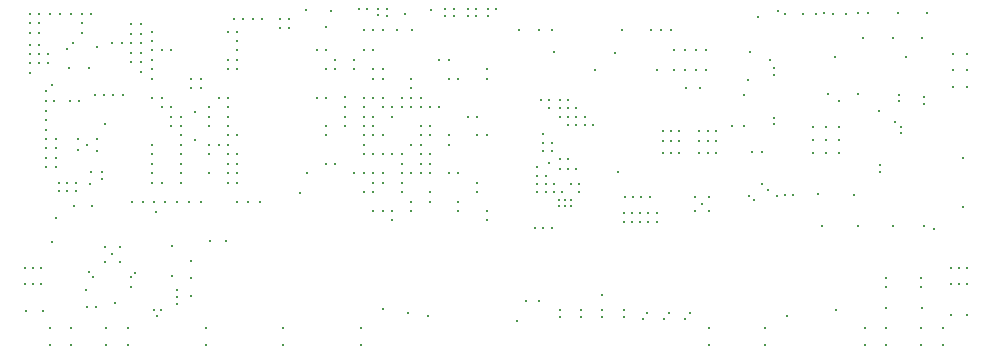
<source format=gbr>
G04 Layer_Color=0*
%FSLAX24Y24*%
%MOIN*%
%TF.FileFunction,Plated,1,10,PTH,Drill*%
%TF.Part,Single*%
G01*
G75*
%TA.AperFunction,ViaDrill,NotFilled*%
%ADD159C,0.0060*%
%ADD160C,0.0080*%
%ADD161C,0.0070*%
D159*
X25591Y2047D02*
D03*
X25906D02*
D03*
X25157D02*
D03*
X22913Y3307D02*
D03*
X22638D02*
D03*
X22244D02*
D03*
X21929D02*
D03*
X21535D02*
D03*
X21142D02*
D03*
X20827D02*
D03*
X20512D02*
D03*
X20197D02*
D03*
X21024Y1732D02*
D03*
X17323Y2283D02*
D03*
X17795D02*
D03*
X18110D02*
D03*
X18425D02*
D03*
X18740D02*
D03*
X19055D02*
D03*
X19370D02*
D03*
X20079Y2047D02*
D03*
X20157Y1732D02*
D03*
X20472Y2047D02*
D03*
X21142D02*
D03*
X21732Y1732D02*
D03*
X22362Y2047D02*
D03*
Y1732D02*
D03*
X21732Y2047D02*
D03*
X22756D02*
D03*
X23504D02*
D03*
X23583Y1575D02*
D03*
X23150D02*
D03*
X24291D02*
D03*
X24567Y2047D02*
D03*
X23937D02*
D03*
X24882Y1575D02*
D03*
X16811Y2008D02*
D03*
X16575Y2283D02*
D03*
X15748Y2008D02*
D03*
X16142Y1850D02*
D03*
X13189Y2559D02*
D03*
X13346Y2756D02*
D03*
X12598Y2047D02*
D03*
X12835Y2559D02*
D03*
X11496D02*
D03*
X11693Y1260D02*
D03*
X11890Y2559D02*
D03*
X12283D02*
D03*
X11299Y3031D02*
D03*
X11063Y2047D02*
D03*
Y2559D02*
D03*
X10354Y2047D02*
D03*
X9646D02*
D03*
X8937D02*
D03*
X8701Y3031D02*
D03*
X8465Y2559D02*
D03*
Y2047D02*
D03*
X7756D02*
D03*
X7047D02*
D03*
X10472Y2559D02*
D03*
X10000D02*
D03*
X9528D02*
D03*
X7874D02*
D03*
X7402D02*
D03*
X6929D02*
D03*
X30748Y6063D02*
D03*
X30591Y3937D02*
D03*
X30945Y3307D02*
D03*
X22559Y10866D02*
D03*
X23031Y7913D02*
D03*
X21870Y8110D02*
D03*
X22441Y7913D02*
D03*
X12047Y10512D02*
D03*
X11732D02*
D03*
Y9882D02*
D03*
X11417Y9252D02*
D03*
X23268Y11299D02*
D03*
Y10984D02*
D03*
X12362Y10197D02*
D03*
X11417Y10512D02*
D03*
X23819Y8031D02*
D03*
Y8346D02*
D03*
Y11339D02*
D03*
X24173D02*
D03*
X26063Y9882D02*
D03*
X26457D02*
D03*
Y4055D02*
D03*
X26220Y4252D02*
D03*
X27677Y3898D02*
D03*
X27480Y4094D02*
D03*
X29606Y4134D02*
D03*
X28819Y3937D02*
D03*
X28425Y4134D02*
D03*
X30039Y3937D02*
D03*
X25591Y4331D02*
D03*
X15197Y2165D02*
D03*
X11417Y4213D02*
D03*
X24528Y9606D02*
D03*
X23543Y4449D02*
D03*
X16220Y3189D02*
D03*
X16457D02*
D03*
X14961Y1457D02*
D03*
X27953Y2598D02*
D03*
X27402D02*
D03*
X27677D02*
D03*
X23819Y3307D02*
D03*
X23425D02*
D03*
X23189D02*
D03*
X24449D02*
D03*
X24055D02*
D03*
X24685D02*
D03*
X9843Y9882D02*
D03*
X11732Y5787D02*
D03*
X19528Y4764D02*
D03*
Y4528D02*
D03*
X11102Y9252D02*
D03*
X26063Y11417D02*
D03*
X19409Y8622D02*
D03*
X19803D02*
D03*
X20118D02*
D03*
X20433D02*
D03*
X19055D02*
D03*
X25669Y3661D02*
D03*
X28661Y3465D02*
D03*
X16457Y8622D02*
D03*
X15512Y8937D02*
D03*
X15827D02*
D03*
X14567Y8307D02*
D03*
X14882Y7992D02*
D03*
X14567D02*
D03*
X14882Y8307D02*
D03*
Y7677D02*
D03*
X15197Y8307D02*
D03*
X15512D02*
D03*
X15827D02*
D03*
X15197Y7677D02*
D03*
X16457D02*
D03*
X16142Y7992D02*
D03*
X16457Y7047D02*
D03*
X14252Y7992D02*
D03*
X15827Y7677D02*
D03*
Y7992D02*
D03*
X15512Y7677D02*
D03*
X13937Y8622D02*
D03*
X14567Y7677D02*
D03*
X15197Y7362D02*
D03*
X13937Y7992D02*
D03*
X14252Y7677D02*
D03*
X15827Y7047D02*
D03*
X14882Y7362D02*
D03*
Y7047D02*
D03*
X27047Y2441D02*
D03*
X15827Y8622D02*
D03*
X14882D02*
D03*
X15197D02*
D03*
X14567D02*
D03*
X15197Y9252D02*
D03*
X15512D02*
D03*
Y8622D02*
D03*
X26457Y1339D02*
D03*
X26732Y1535D02*
D03*
X26969Y1299D02*
D03*
X28465Y3031D02*
D03*
Y3307D02*
D03*
X28504Y1732D02*
D03*
X31299Y5709D02*
D03*
X11732Y9567D02*
D03*
X12047Y8937D02*
D03*
X12677Y9567D02*
D03*
Y9252D02*
D03*
X29843Y3465D02*
D03*
X29488Y3031D02*
D03*
X29016Y3583D02*
D03*
X13937Y9567D02*
D03*
Y10197D02*
D03*
X14252D02*
D03*
X14567Y10512D02*
D03*
X30039Y3031D02*
D03*
X20748Y9528D02*
D03*
X15197Y9882D02*
D03*
Y9567D02*
D03*
X14567Y10197D02*
D03*
X13622Y9882D02*
D03*
Y10197D02*
D03*
X14252Y9567D02*
D03*
X14882Y8937D02*
D03*
X15197D02*
D03*
X15827Y9882D02*
D03*
X18110Y9567D02*
D03*
X14882D02*
D03*
X20394Y9528D02*
D03*
X14567Y9567D02*
D03*
X13937Y9882D02*
D03*
X12047D02*
D03*
X13740Y2756D02*
D03*
X14488Y1693D02*
D03*
Y1299D02*
D03*
X14252Y1693D02*
D03*
X13386D02*
D03*
X15827Y5157D02*
D03*
X15512D02*
D03*
X15827Y6102D02*
D03*
Y6417D02*
D03*
X15512Y6102D02*
D03*
X15197Y6417D02*
D03*
X14567Y5157D02*
D03*
X15512Y4213D02*
D03*
X15197D02*
D03*
X15512Y4843D02*
D03*
Y4528D02*
D03*
X15197D02*
D03*
Y4843D02*
D03*
X14567Y4528D02*
D03*
Y4843D02*
D03*
X14882Y5787D02*
D03*
X14252Y4843D02*
D03*
Y4528D02*
D03*
X13937Y3740D02*
D03*
X13622Y5157D02*
D03*
Y3898D02*
D03*
Y4213D02*
D03*
X12992Y4843D02*
D03*
X12992Y5157D02*
D03*
Y4213D02*
D03*
X13307Y4528D02*
D03*
X12992D02*
D03*
X12362D02*
D03*
X12047D02*
D03*
X12677Y5472D02*
D03*
X11417Y4843D02*
D03*
Y4528D02*
D03*
X12362Y5157D02*
D03*
X8110Y3031D02*
D03*
X7638D02*
D03*
X7165D02*
D03*
X6693D02*
D03*
X14252Y5472D02*
D03*
X13937Y5787D02*
D03*
Y4843D02*
D03*
X13622D02*
D03*
Y5472D02*
D03*
X16575Y10197D02*
D03*
X25276Y6142D02*
D03*
X14567Y8937D02*
D03*
X19724Y10118D02*
D03*
X20118Y10512D02*
D03*
X19724D02*
D03*
X14252Y6102D02*
D03*
X13622Y4528D02*
D03*
Y5787D02*
D03*
X13307D02*
D03*
X12677D02*
D03*
X11417Y5472D02*
D03*
X11102Y5157D02*
D03*
X9173Y1260D02*
D03*
X9882D02*
D03*
X9646Y1575D02*
D03*
X10354D02*
D03*
X10591Y1260D02*
D03*
X11063Y1575D02*
D03*
X11299Y1260D02*
D03*
X8701D02*
D03*
X8465Y1575D02*
D03*
X7992Y1260D02*
D03*
X7756Y1575D02*
D03*
X7047D02*
D03*
X7283Y1260D02*
D03*
X6575D02*
D03*
X10787Y5157D02*
D03*
X10157Y4528D02*
D03*
X11102Y4213D02*
D03*
X11417Y5157D02*
D03*
X13307Y6417D02*
D03*
X15197Y10512D02*
D03*
X13307Y10197D02*
D03*
X10157Y5157D02*
D03*
X4331Y7520D02*
D03*
Y7205D02*
D03*
Y6890D02*
D03*
Y6575D02*
D03*
Y6260D02*
D03*
Y5945D02*
D03*
X11102Y10197D02*
D03*
X6575Y9567D02*
D03*
X5315Y6732D02*
D03*
X10787Y7362D02*
D03*
Y7047D02*
D03*
X10472D02*
D03*
X10157Y6417D02*
D03*
X10787Y7677D02*
D03*
X11102Y6732D02*
D03*
X8465Y7677D02*
D03*
X5315Y6102D02*
D03*
X10787Y7992D02*
D03*
X10157Y7362D02*
D03*
X9843Y7047D02*
D03*
X5315Y6417D02*
D03*
X11102Y7362D02*
D03*
X5315Y7047D02*
D03*
X11417Y6417D02*
D03*
X8465Y5787D02*
D03*
X10472D02*
D03*
X11102D02*
D03*
X9843Y6732D02*
D03*
X10157D02*
D03*
X13307Y5472D02*
D03*
X15512Y6732D02*
D03*
X12047Y8307D02*
D03*
X12362Y8937D02*
D03*
X11732D02*
D03*
X15669Y1535D02*
D03*
X16142Y1339D02*
D03*
X15197Y1299D02*
D03*
X12992Y8937D02*
D03*
X12677Y6417D02*
D03*
X12362D02*
D03*
X12677Y6102D02*
D03*
X12047Y6417D02*
D03*
X12362Y7677D02*
D03*
X12677Y7362D02*
D03*
X11732Y6417D02*
D03*
X5000Y9882D02*
D03*
Y9567D02*
D03*
X7205Y9252D02*
D03*
X7520Y8937D02*
D03*
Y8622D02*
D03*
X10472Y6732D02*
D03*
X11102Y7047D02*
D03*
X10157D02*
D03*
X10787Y9252D02*
D03*
X7835Y5787D02*
D03*
X11102Y6417D02*
D03*
X5315Y7362D02*
D03*
X5000Y7677D02*
D03*
X9528Y6732D02*
D03*
X11102Y6102D02*
D03*
X10787Y6732D02*
D03*
X8150Y7362D02*
D03*
X10787Y8307D02*
D03*
Y8937D02*
D03*
X11417Y8307D02*
D03*
Y7992D02*
D03*
Y7677D02*
D03*
X7205Y8937D02*
D03*
X10787Y8622D02*
D03*
X5315Y8937D02*
D03*
X5630D02*
D03*
X10157Y8307D02*
D03*
X10472D02*
D03*
Y7992D02*
D03*
X10157D02*
D03*
X5000Y8937D02*
D03*
X5630Y8307D02*
D03*
X9843Y7992D02*
D03*
Y8307D02*
D03*
X6575Y8622D02*
D03*
X5630Y9252D02*
D03*
X10157D02*
D03*
X5315Y8622D02*
D03*
X6890Y9252D02*
D03*
X9843Y8937D02*
D03*
X9528D02*
D03*
X6575D02*
D03*
X10157Y8937D02*
D03*
X10472Y8937D02*
D03*
X11102D02*
D03*
X6890Y8307D02*
D03*
X5630Y9882D02*
D03*
X9843Y10197D02*
D03*
X10157Y9882D02*
D03*
Y9567D02*
D03*
X10472Y9252D02*
D03*
X6890Y10827D02*
D03*
X10787Y10197D02*
D03*
X5630Y10512D02*
D03*
X10157D02*
D03*
X6575Y10197D02*
D03*
Y9882D02*
D03*
X6890D02*
D03*
X5630Y10197D02*
D03*
X9843Y9567D02*
D03*
X5315Y10512D02*
D03*
X10787D02*
D03*
X5315Y9882D02*
D03*
X9843Y9252D02*
D03*
X7205Y10197D02*
D03*
X7835Y6417D02*
D03*
X9843Y7362D02*
D03*
X4055Y4528D02*
D03*
X4370D02*
D03*
X2992Y5000D02*
D03*
X5551Y4173D02*
D03*
X12362Y5472D02*
D03*
X11732Y5157D02*
D03*
Y4843D02*
D03*
X12677Y5157D02*
D03*
X2598Y4528D02*
D03*
X2323D02*
D03*
X12362Y4213D02*
D03*
X12677D02*
D03*
X11732Y4528D02*
D03*
X11102Y4843D02*
D03*
X7874Y4685D02*
D03*
X12047Y5157D02*
D03*
X5906Y4685D02*
D03*
X3701Y5157D02*
D03*
X11732Y9252D02*
D03*
X11260Y10787D02*
D03*
X1339Y9449D02*
D03*
X15197Y10197D02*
D03*
X15512Y9882D02*
D03*
X12992Y9567D02*
D03*
X25709Y7520D02*
D03*
X25591Y7323D02*
D03*
X25709Y6732D02*
D03*
X25827Y6535D02*
D03*
X25591Y6929D02*
D03*
X26220Y6260D02*
D03*
X14252Y9252D02*
D03*
Y8937D02*
D03*
X27244Y5945D02*
D03*
X27047Y5787D02*
D03*
X26693D02*
D03*
X26496Y5945D02*
D03*
X13937Y9252D02*
D03*
X12362Y9882D02*
D03*
X11102D02*
D03*
X12992Y9252D02*
D03*
X14882Y10197D02*
D03*
X15512Y10512D02*
D03*
X25472Y7126D02*
D03*
X14882Y9882D02*
D03*
X9291Y3031D02*
D03*
X9764D02*
D03*
X10236D02*
D03*
X10709D02*
D03*
X13307Y4213D02*
D03*
X14252D02*
D03*
X28346Y6575D02*
D03*
X28543Y6732D02*
D03*
X28346Y7835D02*
D03*
X14252Y5787D02*
D03*
X14567Y5472D02*
D03*
X14882D02*
D03*
X13937Y4213D02*
D03*
Y4528D02*
D03*
X14252Y5157D02*
D03*
X14567Y4213D02*
D03*
X14882D02*
D03*
X14252Y3898D02*
D03*
X26260Y8386D02*
D03*
X26181Y8110D02*
D03*
X25787D02*
D03*
X27638Y5827D02*
D03*
X28307Y5551D02*
D03*
Y5827D02*
D03*
X28976Y5709D02*
D03*
X11417Y10197D02*
D03*
X12992Y9882D02*
D03*
X13307Y9567D02*
D03*
X30354Y10344D02*
D03*
X29370D02*
D03*
X28386D02*
D03*
Y8583D02*
D03*
X28583Y8425D02*
D03*
X28502Y7679D02*
D03*
X28740Y7362D02*
D03*
X28896Y7207D02*
D03*
X12992Y10197D02*
D03*
X30315Y1299D02*
D03*
X30079D02*
D03*
X12677Y8937D02*
D03*
X28898Y1535D02*
D03*
X29449Y1299D02*
D03*
X29213D02*
D03*
X28976D02*
D03*
X25591Y1339D02*
D03*
X26063Y1575D02*
D03*
X15827Y5472D02*
D03*
X15197Y5787D02*
D03*
Y6102D02*
D03*
X14567Y5787D02*
D03*
X15512Y6417D02*
D03*
X14252D02*
D03*
X14567D02*
D03*
X14882D02*
D03*
X15827Y5787D02*
D03*
X16142Y6102D02*
D03*
X14567Y6732D02*
D03*
X14882D02*
D03*
X14252D02*
D03*
Y7047D02*
D03*
X15197Y6732D02*
D03*
Y7047D02*
D03*
X15827Y6732D02*
D03*
X13937Y7047D02*
D03*
X14252Y7362D02*
D03*
Y8622D02*
D03*
X26260Y1496D02*
D03*
X25748Y3898D02*
D03*
X16693Y8307D02*
D03*
X25236Y4331D02*
D03*
X20984Y9528D02*
D03*
X20118Y6732D02*
D03*
X23937Y4606D02*
D03*
X13307Y6732D02*
D03*
X11417D02*
D03*
Y7362D02*
D03*
Y7047D02*
D03*
X13622Y9567D02*
D03*
X12992Y7992D02*
D03*
X12677Y7677D02*
D03*
X13622Y7992D02*
D03*
X12992Y7677D02*
D03*
X13307Y7992D02*
D03*
Y7677D02*
D03*
Y7362D02*
D03*
X12992Y7047D02*
D03*
X12047D02*
D03*
X12362D02*
D03*
X12677D02*
D03*
X12992Y7362D02*
D03*
X12362Y7992D02*
D03*
X13661Y10512D02*
D03*
X15394Y2362D02*
D03*
X27480Y1929D02*
D03*
X11417Y8937D02*
D03*
X14961Y1693D02*
D03*
X3268Y4803D02*
D03*
X20551Y7717D02*
D03*
D160*
X21024Y1260D02*
D03*
X17992Y10866D02*
D03*
X23150Y10197D02*
D03*
X22795D02*
D03*
X22441D02*
D03*
X22087D02*
D03*
X23150Y9528D02*
D03*
X22795D02*
D03*
X22441D02*
D03*
X22087D02*
D03*
X22953Y8937D02*
D03*
X22480D02*
D03*
X21299Y10866D02*
D03*
X21654D02*
D03*
X21969D02*
D03*
X24409Y8701D02*
D03*
Y7677D02*
D03*
X24016D02*
D03*
X20354Y10866D02*
D03*
X29803Y9961D02*
D03*
X27441D02*
D03*
X27205Y8740D02*
D03*
X30394Y4331D02*
D03*
X29370D02*
D03*
X28189D02*
D03*
X27008D02*
D03*
X30748Y4252D02*
D03*
X26870Y5413D02*
D03*
X28071Y5394D02*
D03*
X25787D02*
D03*
X26024D02*
D03*
X19685Y1535D02*
D03*
X20394Y1299D02*
D03*
X19685D02*
D03*
X18976D02*
D03*
X18268D02*
D03*
X16850Y1181D02*
D03*
X11563Y11575D02*
D03*
X24882Y11299D02*
D03*
X14449Y11575D02*
D03*
X14724D02*
D03*
X11850D02*
D03*
X12520D02*
D03*
Y11339D02*
D03*
X29370Y10600D02*
D03*
X29587Y8701D02*
D03*
X29646Y7441D02*
D03*
X30394Y8628D02*
D03*
X17717Y4291D02*
D03*
X17441D02*
D03*
X2598Y5748D02*
D03*
X2126Y5512D02*
D03*
Y5787D02*
D03*
X1575D02*
D03*
Y5512D02*
D03*
X1850D02*
D03*
X31378Y9528D02*
D03*
Y8976D02*
D03*
Y10079D02*
D03*
X31850Y9528D02*
D03*
Y8976D02*
D03*
Y10079D02*
D03*
Y2953D02*
D03*
Y1378D02*
D03*
Y2402D02*
D03*
X31575D02*
D03*
X31299Y2953D02*
D03*
X31575D02*
D03*
X31299Y1378D02*
D03*
Y2402D02*
D03*
X433D02*
D03*
Y2953D02*
D03*
X474Y1500D02*
D03*
X984Y2953D02*
D03*
X709Y2402D02*
D03*
X984D02*
D03*
X709Y2953D02*
D03*
X1026Y1500D02*
D03*
X20197Y6142D02*
D03*
X18819Y6260D02*
D03*
X18543D02*
D03*
X18268D02*
D03*
X17717Y6850D02*
D03*
X17992D02*
D03*
X17913Y8268D02*
D03*
Y8543D02*
D03*
X18622Y5197D02*
D03*
X18425D02*
D03*
X18228D02*
D03*
X23465Y7165D02*
D03*
Y6772D02*
D03*
Y7520D02*
D03*
X21693D02*
D03*
Y7165D02*
D03*
Y6772D02*
D03*
X24606Y10157D02*
D03*
X16890Y10866D02*
D03*
X1457Y7244D02*
D03*
Y6929D02*
D03*
Y6614D02*
D03*
Y6299D02*
D03*
X1142D02*
D03*
Y6614D02*
D03*
Y6929D02*
D03*
Y7244D02*
D03*
Y7559D02*
D03*
Y7874D02*
D03*
Y8189D02*
D03*
Y8504D02*
D03*
X3386Y8701D02*
D03*
X3071D02*
D03*
X1417Y8504D02*
D03*
X591Y10787D02*
D03*
Y11102D02*
D03*
Y11417D02*
D03*
Y9449D02*
D03*
Y9764D02*
D03*
Y10065D02*
D03*
Y10394D02*
D03*
X2047Y10433D02*
D03*
X1260Y11417D02*
D03*
X1614D02*
D03*
X1969D02*
D03*
X2638D02*
D03*
X2323D02*
D03*
Y11102D02*
D03*
Y10787D02*
D03*
X906Y11417D02*
D03*
Y11102D02*
D03*
Y10787D02*
D03*
X4291Y9488D02*
D03*
X3976Y11063D02*
D03*
X9252Y11260D02*
D03*
X21496Y4488D02*
D03*
Y4764D02*
D03*
X21220D02*
D03*
X20394Y1535D02*
D03*
X18976D02*
D03*
X18268D02*
D03*
X19685Y2047D02*
D03*
X17559Y1850D02*
D03*
X17126D02*
D03*
X25827Y1339D02*
D03*
X27480Y1535D02*
D03*
X25512Y5354D02*
D03*
X25787Y11417D02*
D03*
X26378D02*
D03*
X27362D02*
D03*
X30354Y10600D02*
D03*
X19449Y9528D02*
D03*
X25394Y9606D02*
D03*
Y9370D02*
D03*
X29449Y7795D02*
D03*
X13110Y11417D02*
D03*
X13858Y1339D02*
D03*
X13189Y1457D02*
D03*
X12362Y1575D02*
D03*
X20118Y10118D02*
D03*
X6614Y3858D02*
D03*
X7126D02*
D03*
X5354Y2677D02*
D03*
X1339Y3819D02*
D03*
X2520Y1654D02*
D03*
X2795D02*
D03*
X1929Y8504D02*
D03*
X1850Y5787D02*
D03*
X2638Y6142D02*
D03*
X9606Y5433D02*
D03*
X6102Y7205D02*
D03*
X4843Y1339D02*
D03*
X4961Y1535D02*
D03*
X4724D02*
D03*
X5512Y1732D02*
D03*
Y1969D02*
D03*
Y2205D02*
D03*
X2717Y2638D02*
D03*
X2559Y2795D02*
D03*
X4118Y2772D02*
D03*
X3971Y2632D02*
D03*
X3976Y2323D02*
D03*
X2992Y6142D02*
D03*
Y5906D02*
D03*
X6102Y8150D02*
D03*
X5354Y3661D02*
D03*
X4803Y4803D02*
D03*
X2677Y5000D02*
D03*
X2087D02*
D03*
X1457Y4606D02*
D03*
X4370Y5157D02*
D03*
X9803Y11535D02*
D03*
X10630Y11496D02*
D03*
X2756Y8701D02*
D03*
X1339Y9055D02*
D03*
X2559Y9606D02*
D03*
X906Y10394D02*
D03*
Y10079D02*
D03*
Y9764D02*
D03*
X1890Y9606D02*
D03*
X1142Y8858D02*
D03*
X3346Y10433D02*
D03*
X3661D02*
D03*
X3976D02*
D03*
Y10748D02*
D03*
Y10118D02*
D03*
X2835Y10315D02*
D03*
X12047Y10866D02*
D03*
X12362D02*
D03*
X11732D02*
D03*
X12835D02*
D03*
X13982Y11530D02*
D03*
X27559Y8504D02*
D03*
X28189Y8740D02*
D03*
X28898Y8189D02*
D03*
X29587Y8504D02*
D03*
X29646Y7638D02*
D03*
X28937Y6378D02*
D03*
Y6142D02*
D03*
X30394Y8425D02*
D03*
X24528Y9213D02*
D03*
X25276Y9882D02*
D03*
X28543Y11457D02*
D03*
X29528D02*
D03*
X30512D02*
D03*
X28386Y10600D02*
D03*
X27795Y11417D02*
D03*
X17559Y10866D02*
D03*
X26811Y11417D02*
D03*
X30325Y1614D02*
D03*
X30315Y2323D02*
D03*
X29134Y2598D02*
D03*
X30315D02*
D03*
X29134Y2323D02*
D03*
X29124Y1614D02*
D03*
X22441Y1260D02*
D03*
X21732D02*
D03*
X21890Y1457D02*
D03*
X22598D02*
D03*
X21181D02*
D03*
X21496Y9528D02*
D03*
X24567Y5354D02*
D03*
X20945Y4764D02*
D03*
X20669D02*
D03*
X20394D02*
D03*
X8346Y11260D02*
D03*
X8031D02*
D03*
X7717D02*
D03*
X7402D02*
D03*
X3976Y9803D02*
D03*
X4291D02*
D03*
Y10118D02*
D03*
Y10433D02*
D03*
Y10748D02*
D03*
Y11063D02*
D03*
X8937Y11260D02*
D03*
X13346Y10866D02*
D03*
X18071Y10157D02*
D03*
X25000Y6811D02*
D03*
X24685D02*
D03*
X24724Y5197D02*
D03*
X3701Y8701D02*
D03*
X10472Y10984D02*
D03*
X19094Y7992D02*
D03*
Y7717D02*
D03*
X19370D02*
D03*
X17992Y4291D02*
D03*
X12205Y11575D02*
D03*
X31693Y4961D02*
D03*
Y6614D02*
D03*
D161*
X31024Y394D02*
D03*
X30315D02*
D03*
X29134D02*
D03*
X28425D02*
D03*
X25118D02*
D03*
X23228D02*
D03*
X1260D02*
D03*
X1969D02*
D03*
X3150D02*
D03*
X3858D02*
D03*
X6457D02*
D03*
X9055D02*
D03*
X11654D02*
D03*
X16142Y11575D02*
D03*
X15197D02*
D03*
X15472D02*
D03*
Y11339D02*
D03*
X15197D02*
D03*
X14724D02*
D03*
X14449D02*
D03*
X15866Y11575D02*
D03*
Y11339D02*
D03*
X9843Y6102D02*
D03*
X25197Y5551D02*
D03*
X25000Y5748D02*
D03*
X28189Y11457D02*
D03*
X27087D02*
D03*
X25551Y11496D02*
D03*
X5906Y5157D02*
D03*
X5512D02*
D03*
X5118D02*
D03*
X4724D02*
D03*
X8268D02*
D03*
X7874D02*
D03*
X7520D02*
D03*
X26693Y7638D02*
D03*
Y7205D02*
D03*
Y6772D02*
D03*
X27126D02*
D03*
Y7638D02*
D03*
X27559D02*
D03*
Y7205D02*
D03*
Y6772D02*
D03*
X27126Y7205D02*
D03*
X22992Y5079D02*
D03*
X22756Y5315D02*
D03*
Y4843D02*
D03*
X23228D02*
D03*
Y5315D02*
D03*
X2205Y6890D02*
D03*
Y7244D02*
D03*
X2835Y6850D02*
D03*
Y7244D02*
D03*
X2520Y7047D02*
D03*
X5984Y2008D02*
D03*
Y2598D02*
D03*
Y3189D02*
D03*
Y9252D02*
D03*
X6299D02*
D03*
X21220Y4488D02*
D03*
X20945D02*
D03*
X20669D02*
D03*
X20394D02*
D03*
X11732Y6102D02*
D03*
X11417D02*
D03*
X11102Y8628D02*
D03*
X18543Y6575D02*
D03*
X17717Y7402D02*
D03*
X17992Y7126D02*
D03*
X17717D02*
D03*
X18268Y6575D02*
D03*
X17638Y8543D02*
D03*
X17913Y6457D02*
D03*
X18622Y5000D02*
D03*
X18425D02*
D03*
X18228D02*
D03*
X18898Y5472D02*
D03*
Y5748D02*
D03*
X18622D02*
D03*
X18346Y5472D02*
D03*
X18071Y5748D02*
D03*
Y5472D02*
D03*
X17795D02*
D03*
Y5748D02*
D03*
Y6024D02*
D03*
X17520Y5472D02*
D03*
Y5748D02*
D03*
Y6024D02*
D03*
Y6299D02*
D03*
X23189Y6772D02*
D03*
X22913D02*
D03*
Y7520D02*
D03*
X23189D02*
D03*
Y7165D02*
D03*
X22913D02*
D03*
X22244Y7520D02*
D03*
X21969D02*
D03*
Y6772D02*
D03*
X22244Y7165D02*
D03*
X21969D02*
D03*
X22244Y6772D02*
D03*
X2480Y2205D02*
D03*
X1220Y9764D02*
D03*
Y10079D02*
D03*
X1850Y10236D02*
D03*
X8937Y10945D02*
D03*
X9252D02*
D03*
X12205Y11378D02*
D03*
X21260Y5315D02*
D03*
X20433D02*
D03*
X20709D02*
D03*
X20984D02*
D03*
X15512Y7362D02*
D03*
X23228Y945D02*
D03*
X25118D02*
D03*
X14567Y6102D02*
D03*
X14882D02*
D03*
X12992D02*
D03*
X11654Y945D02*
D03*
X9055D02*
D03*
X6457D02*
D03*
X3150D02*
D03*
X1969D02*
D03*
X1260D02*
D03*
X3110Y7756D02*
D03*
X5984Y8937D02*
D03*
X5000Y5787D02*
D03*
X6299Y8937D02*
D03*
X5630Y6417D02*
D03*
X6575Y7677D02*
D03*
X5630Y6732D02*
D03*
X6575D02*
D03*
Y7047D02*
D03*
X6890Y7047D02*
D03*
X5630Y7677D02*
D03*
X7205Y5787D02*
D03*
Y6102D02*
D03*
X5315Y7677D02*
D03*
Y7992D02*
D03*
X7520Y7362D02*
D03*
X7205D02*
D03*
X10472Y7677D02*
D03*
Y7362D02*
D03*
X6575Y7992D02*
D03*
Y8307D02*
D03*
X10472Y6417D02*
D03*
X11417Y9567D02*
D03*
Y9882D02*
D03*
X12047Y7362D02*
D03*
X11732D02*
D03*
X12992Y5787D02*
D03*
Y5472D02*
D03*
X12362Y5787D02*
D03*
X14567Y7047D02*
D03*
X12992Y6417D02*
D03*
X13307Y7047D02*
D03*
X13937Y6102D02*
D03*
Y6732D02*
D03*
X13622Y6417D02*
D03*
X13937Y7362D02*
D03*
X13622Y7677D02*
D03*
X10472Y9567D02*
D03*
Y10197D02*
D03*
X12677Y4528D02*
D03*
X13307Y5157D02*
D03*
X13937D02*
D03*
X14882Y4843D02*
D03*
X15512Y5787D02*
D03*
X15827Y7362D02*
D03*
X15197Y7992D02*
D03*
X15827Y4528D02*
D03*
Y9567D02*
D03*
X14567Y9252D02*
D03*
Y9882D02*
D03*
X14252Y8307D02*
D03*
X13622D02*
D03*
X13307Y8622D02*
D03*
X12047Y7677D02*
D03*
X12362Y8307D02*
D03*
Y8622D02*
D03*
X12992Y8307D02*
D03*
X11732D02*
D03*
Y7047D02*
D03*
X12047Y9252D02*
D03*
Y9567D02*
D03*
X11732Y10197D02*
D03*
X10787Y6417D02*
D03*
X12362Y4843D02*
D03*
X14567Y7362D02*
D03*
X12992Y6732D02*
D03*
X13937Y6417D02*
D03*
X13622Y6102D02*
D03*
Y6732D02*
D03*
Y7047D02*
D03*
Y7362D02*
D03*
X13937Y7677D02*
D03*
X3425Y1772D02*
D03*
X3858Y945D02*
D03*
X3350Y3400D02*
D03*
X10472Y8622D02*
D03*
X10787Y9567D02*
D03*
X10157Y10197D02*
D03*
X12677Y4843D02*
D03*
X13307D02*
D03*
X13937Y5472D02*
D03*
X14882Y5157D02*
D03*
X15512Y7992D02*
D03*
X15827Y4843D02*
D03*
Y9252D02*
D03*
X14882D02*
D03*
X14252Y9882D02*
D03*
X13937Y8307D02*
D03*
X13622Y8622D02*
D03*
X13307Y8937D02*
D03*
X12047Y8622D02*
D03*
X12992D02*
D03*
X12677Y8307D02*
D03*
X11732Y8622D02*
D03*
X12362Y9567D02*
D03*
Y9252D02*
D03*
X12047Y10197D02*
D03*
Y5472D02*
D03*
X12677Y6732D02*
D03*
X12362D02*
D03*
X12047D02*
D03*
Y4843D02*
D03*
X11732Y5472D02*
D03*
X12362Y7362D02*
D03*
X11732Y6732D02*
D03*
X11102Y7992D02*
D03*
X11732Y7992D02*
D03*
X12047D02*
D03*
X12362Y6102D02*
D03*
X12047D02*
D03*
Y5787D02*
D03*
X11102Y7677D02*
D03*
X11732Y7677D02*
D03*
X5000Y8307D02*
D03*
X5315D02*
D03*
X4685Y10827D02*
D03*
Y10512D02*
D03*
Y10197D02*
D03*
Y9882D02*
D03*
X5315Y10197D02*
D03*
X5000D02*
D03*
X4685Y9567D02*
D03*
Y9252D02*
D03*
Y8622D02*
D03*
X5000D02*
D03*
X4685Y7047D02*
D03*
Y6732D02*
D03*
Y6417D02*
D03*
Y6102D02*
D03*
Y5787D02*
D03*
X7205Y10827D02*
D03*
X7520D02*
D03*
Y10512D02*
D03*
Y10197D02*
D03*
Y9882D02*
D03*
Y9567D02*
D03*
X7205Y9882D02*
D03*
Y9567D02*
D03*
X6890Y8622D02*
D03*
X7205D02*
D03*
Y8307D02*
D03*
Y7992D02*
D03*
X7520Y6732D02*
D03*
Y6417D02*
D03*
Y6102D02*
D03*
Y5787D02*
D03*
X7205Y7677D02*
D03*
X5630Y7362D02*
D03*
Y5787D02*
D03*
Y7992D02*
D03*
X7205Y6732D02*
D03*
Y6417D02*
D03*
X5630Y6102D02*
D03*
X6575D02*
D03*
X5630Y7047D02*
D03*
X11102Y8307D02*
D03*
X10157Y8622D02*
D03*
X10787Y9882D02*
D03*
X7205Y7047D02*
D03*
X4016Y5157D02*
D03*
X6299D02*
D03*
X2244Y8504D02*
D03*
X12677Y7992D02*
D03*
X13307Y8307D02*
D03*
Y9252D02*
D03*
X25394Y7953D02*
D03*
Y7756D02*
D03*
X31024Y945D02*
D03*
X30315D02*
D03*
X29134D02*
D03*
X28425D02*
D03*
X15512Y5472D02*
D03*
X13307Y6102D02*
D03*
X18268Y8543D02*
D03*
X18543D02*
D03*
X18268Y8268D02*
D03*
X18543D02*
D03*
X18819D02*
D03*
Y7992D02*
D03*
X18543D02*
D03*
X18268D02*
D03*
X18543Y7717D02*
D03*
X18819D02*
D03*
X3600Y3150D02*
D03*
Y3650D02*
D03*
X3100D02*
D03*
Y3150D02*
D03*
X3600Y3150D02*
D03*
Y3650D02*
D03*
X3100D02*
D03*
Y3150D02*
D03*
%TF.MD5,cd9fb6f2d1aba88037c79d2db991babb*%
M02*

</source>
